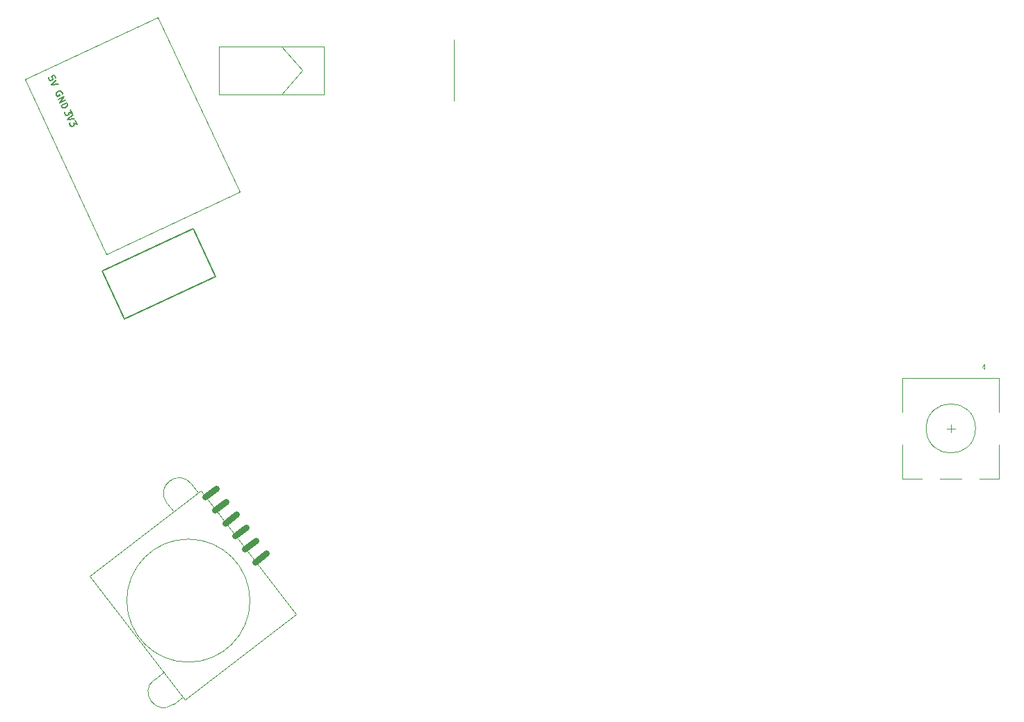
<source format=gbr>
%TF.GenerationSoftware,KiCad,Pcbnew,7.0.5*%
%TF.CreationDate,2024-03-19T12:28:54+08:00*%
%TF.ProjectId,Prime52right,5072696d-6535-4327-9269-6768742e6b69,rev?*%
%TF.SameCoordinates,Original*%
%TF.FileFunction,Legend,Top*%
%TF.FilePolarity,Positive*%
%FSLAX46Y46*%
G04 Gerber Fmt 4.6, Leading zero omitted, Abs format (unit mm)*
G04 Created by KiCad (PCBNEW 7.0.5) date 2024-03-19 12:28:54*
%MOMM*%
%LPD*%
G01*
G04 APERTURE LIST*
%ADD10C,0.150000*%
%ADD11C,0.120000*%
%ADD12C,0.800000*%
G04 APERTURE END LIST*
D10*
%TO.C,U2*%
X217760747Y-95732259D02*
X217763074Y-95647107D01*
X217763074Y-95647107D02*
X217714774Y-95543529D01*
X217714774Y-95543529D02*
X217631949Y-95456051D01*
X217631949Y-95456051D02*
X217530698Y-95419198D01*
X217530698Y-95419198D02*
X217445546Y-95416871D01*
X217445546Y-95416871D02*
X217291342Y-95446744D01*
X217291342Y-95446744D02*
X217187764Y-95495044D01*
X217187764Y-95495044D02*
X217065760Y-95593969D01*
X217065760Y-95593969D02*
X217012807Y-95660694D01*
X217012807Y-95660694D02*
X216975955Y-95761946D01*
X216975955Y-95761946D02*
X216989728Y-95881623D01*
X216989728Y-95881623D02*
X217021928Y-95950675D01*
X217021928Y-95950675D02*
X217104753Y-96038154D01*
X217104753Y-96038154D02*
X217155379Y-96056580D01*
X217155379Y-96056580D02*
X217397061Y-95943882D01*
X217397061Y-95943882D02*
X217332662Y-95805778D01*
X217231224Y-96399514D02*
X217956271Y-96061419D01*
X217956271Y-96061419D02*
X217424421Y-96813826D01*
X217424421Y-96813826D02*
X218149467Y-96475731D01*
X217585419Y-97159086D02*
X218310465Y-96820991D01*
X218310465Y-96820991D02*
X218390964Y-96993621D01*
X218390964Y-96993621D02*
X218404737Y-97113299D01*
X218404737Y-97113299D02*
X218367884Y-97214550D01*
X218367884Y-97214550D02*
X218314932Y-97281276D01*
X218314932Y-97281276D02*
X218192928Y-97380201D01*
X218192928Y-97380201D02*
X218089350Y-97428500D01*
X218089350Y-97428500D02*
X217935146Y-97458373D01*
X217935146Y-97458373D02*
X217849994Y-97456046D01*
X217849994Y-97456046D02*
X217748743Y-97419194D01*
X217748743Y-97419194D02*
X217665917Y-97331716D01*
X217665917Y-97331716D02*
X217585419Y-97159086D01*
X216915020Y-93828449D02*
X216754023Y-93483189D01*
X216754023Y-93483189D02*
X216392663Y-93609660D01*
X216392663Y-93609660D02*
X216443288Y-93628086D01*
X216443288Y-93628086D02*
X216510014Y-93681039D01*
X216510014Y-93681039D02*
X216590513Y-93853669D01*
X216590513Y-93853669D02*
X216588186Y-93938821D01*
X216588186Y-93938821D02*
X216569760Y-93989446D01*
X216569760Y-93989446D02*
X216516808Y-94056172D01*
X216516808Y-94056172D02*
X216344178Y-94136671D01*
X216344178Y-94136671D02*
X216259026Y-94134344D01*
X216259026Y-94134344D02*
X216208400Y-94115918D01*
X216208400Y-94115918D02*
X216141675Y-94062965D01*
X216141675Y-94062965D02*
X216061176Y-93890335D01*
X216061176Y-93890335D02*
X216063502Y-93805184D01*
X216063502Y-93805184D02*
X216081929Y-93754558D01*
X217027718Y-94070131D02*
X216415370Y-94649908D01*
X216415370Y-94649908D02*
X217253115Y-94553495D01*
X218707726Y-97672920D02*
X218917023Y-98121758D01*
X218917023Y-98121758D02*
X218528117Y-98008874D01*
X218528117Y-98008874D02*
X218576416Y-98112452D01*
X218576416Y-98112452D02*
X218574089Y-98197604D01*
X218574089Y-98197604D02*
X218555663Y-98248230D01*
X218555663Y-98248230D02*
X218502711Y-98314955D01*
X218502711Y-98314955D02*
X218330081Y-98395454D01*
X218330081Y-98395454D02*
X218244929Y-98393127D01*
X218244929Y-98393127D02*
X218194303Y-98374701D01*
X218194303Y-98374701D02*
X218127578Y-98321749D01*
X218127578Y-98321749D02*
X218030979Y-98114593D01*
X218030979Y-98114593D02*
X218033306Y-98029441D01*
X218033306Y-98029441D02*
X218051732Y-97978815D01*
X219013622Y-98328915D02*
X218401274Y-98908691D01*
X218401274Y-98908691D02*
X219239018Y-98812279D01*
X219319517Y-98984908D02*
X219528813Y-99433747D01*
X219528813Y-99433747D02*
X219139907Y-99320862D01*
X219139907Y-99320862D02*
X219188206Y-99424441D01*
X219188206Y-99424441D02*
X219185880Y-99509592D01*
X219185880Y-99509592D02*
X219167453Y-99560218D01*
X219167453Y-99560218D02*
X219114501Y-99626944D01*
X219114501Y-99626944D02*
X218941871Y-99707442D01*
X218941871Y-99707442D02*
X218856719Y-99705116D01*
X218856719Y-99705116D02*
X218806094Y-99686689D01*
X218806094Y-99686689D02*
X218739368Y-99633737D01*
X218739368Y-99633737D02*
X218642770Y-99426581D01*
X218642770Y-99426581D02*
X218645096Y-99341429D01*
X218645096Y-99341429D02*
X218663522Y-99290804D01*
D11*
X213182774Y-93982587D02*
X229396621Y-86421946D01*
X223114303Y-115280820D02*
X213182774Y-93982587D01*
X229396621Y-86421946D02*
X239328150Y-107720179D01*
X239328150Y-107720179D02*
X223114303Y-115280820D01*
%TO.C,RE2*%
X265458000Y-89155000D02*
X265458000Y-96555000D01*
%TO.C,K49*%
X330058000Y-128720000D02*
X330058000Y-129320000D01*
X329758000Y-129020000D02*
X330058000Y-128720000D01*
X330058000Y-129320000D02*
X329758000Y-129020000D01*
X331858000Y-130420000D02*
X320058000Y-130420000D01*
X331858000Y-134520000D02*
X331858000Y-130420000D01*
X320058000Y-134520000D02*
X320058000Y-130420000D01*
X325958000Y-136020000D02*
X325958000Y-137020000D01*
X326458000Y-136520000D02*
X325458000Y-136520000D01*
X331858000Y-138520000D02*
X331858000Y-142620000D01*
X331858000Y-142620000D02*
X329458000Y-142620000D01*
X327258000Y-142620000D02*
X324658000Y-142620000D01*
X322458000Y-142620000D02*
X320058000Y-142620000D01*
X320058000Y-142620000D02*
X320058000Y-138520000D01*
X328958000Y-136520000D02*
G75*
G03*
X328958000Y-136520000I-3000000J0D01*
G01*
%TO.C,K30*%
X228941500Y-167117269D02*
X230091863Y-166234565D01*
X231254794Y-170132012D02*
X232405156Y-169249308D01*
X221082193Y-154492936D02*
X234648536Y-144083115D01*
X232648661Y-169566649D02*
X221082193Y-154492936D01*
X230454956Y-145599324D02*
X231276784Y-146670351D01*
X233469699Y-143286031D02*
X234291527Y-144357058D01*
D12*
X235117085Y-144858009D02*
X236465786Y-143823115D01*
X236334608Y-146444716D02*
X237683309Y-145409822D01*
X237552131Y-148031423D02*
X238900832Y-146996528D01*
X238769654Y-149618129D02*
X240118355Y-148583235D01*
X239987177Y-151204836D02*
X241335878Y-150169942D01*
X241204700Y-152791543D02*
X242553400Y-151756648D01*
D11*
X234648536Y-144083115D02*
X246215003Y-159156829D01*
X246215003Y-159156829D02*
X232648661Y-169566649D01*
X228941500Y-167117269D02*
G75*
G03*
X231254794Y-170132011I1156647J-1507371D01*
G01*
X233469698Y-143286032D02*
G75*
G03*
X230454956Y-145599324I-1507371J-1156646D01*
G01*
X240596000Y-157501000D02*
G75*
G03*
X240596000Y-157501000I-7500000J0D01*
G01*
%TO.C,K27*%
X249608000Y-89995000D02*
X236808000Y-89995000D01*
X249608000Y-89995000D02*
X249608000Y-95795000D01*
X244478000Y-89995000D02*
X246978000Y-92895000D01*
X246978000Y-92895000D02*
X244478000Y-95795000D01*
X249608000Y-95795000D02*
X236808000Y-95795000D01*
X236808000Y-95795000D02*
X236808000Y-89995000D01*
D10*
%TO.C,T2*%
X225317150Y-123198539D02*
X236440266Y-118011745D01*
X225317150Y-123198539D02*
X222588558Y-117347053D01*
X233711673Y-112160260D02*
X236440266Y-118011745D01*
X233711673Y-112160260D02*
X222588558Y-117347053D01*
%TD*%
M02*

</source>
